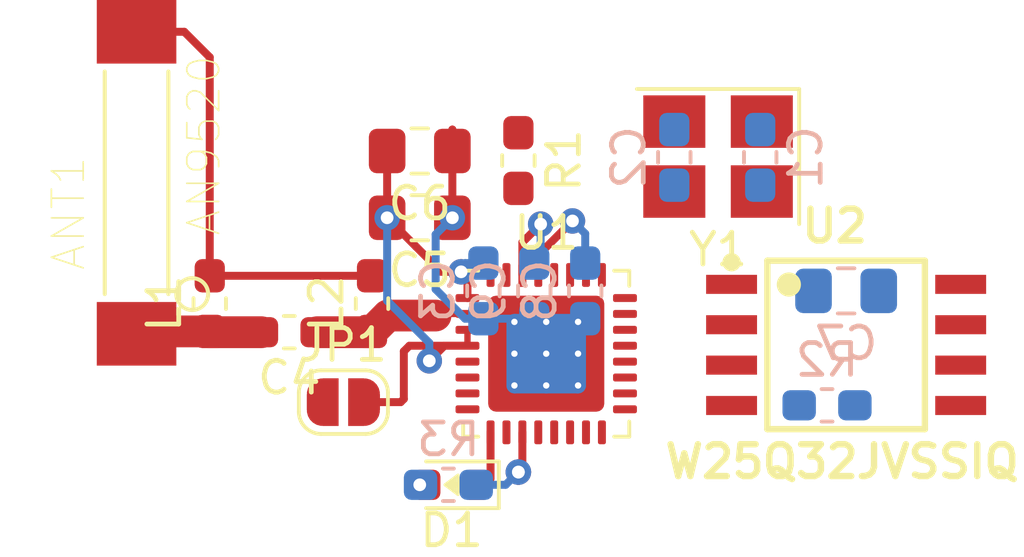
<source format=kicad_pcb>
(kicad_pcb (version 20171130) (host pcbnew 5.1.2-f72e74a~84~ubuntu18.04.1)

  (general
    (thickness 1.6)
    (drawings 0)
    (tracks 72)
    (zones 0)
    (modules 20)
    (nets 32)
  )

  (page User 215.9 139.7)
  (layers
    (0 F.Cu signal)
    (31 B.Cu signal)
    (32 B.Adhes user)
    (33 F.Adhes user)
    (34 B.Paste user)
    (35 F.Paste user)
    (36 B.SilkS user)
    (37 F.SilkS user)
    (38 B.Mask user)
    (39 F.Mask user)
    (40 Dwgs.User user)
    (41 Cmts.User user)
    (42 Eco1.User user)
    (43 Eco2.User user)
    (44 Edge.Cuts user)
    (45 Margin user)
    (46 B.CrtYd user)
    (47 F.CrtYd user)
    (48 B.Fab user)
    (49 F.Fab user)
  )

  (setup
    (last_trace_width 0.25)
    (user_trace_width 0.2)
    (user_trace_width 0.25)
    (trace_clearance 0.2)
    (zone_clearance 0.508)
    (zone_45_only no)
    (trace_min 0.2)
    (via_size 0.8)
    (via_drill 0.4)
    (via_min_size 0.4)
    (via_min_drill 0.3)
    (uvia_size 0.3)
    (uvia_drill 0.1)
    (uvias_allowed no)
    (uvia_min_size 0.2)
    (uvia_min_drill 0.1)
    (edge_width 0.05)
    (segment_width 0.2)
    (pcb_text_width 0.3)
    (pcb_text_size 1.5 1.5)
    (mod_edge_width 0.12)
    (mod_text_size 1 1)
    (mod_text_width 0.15)
    (pad_size 1.524 1.524)
    (pad_drill 0.762)
    (pad_to_mask_clearance 0.051)
    (solder_mask_min_width 0.25)
    (aux_axis_origin 0 0)
    (visible_elements FFFFFF7F)
    (pcbplotparams
      (layerselection 0x010fc_ffffffff)
      (usegerberextensions false)
      (usegerberattributes false)
      (usegerberadvancedattributes false)
      (creategerberjobfile false)
      (excludeedgelayer true)
      (linewidth 0.100000)
      (plotframeref false)
      (viasonmask false)
      (mode 1)
      (useauxorigin false)
      (hpglpennumber 1)
      (hpglpenspeed 20)
      (hpglpendiameter 15.000000)
      (psnegative false)
      (psa4output false)
      (plotreference true)
      (plotvalue true)
      (plotinvisibletext false)
      (padsonsilk false)
      (subtractmaskfromsilk false)
      (outputformat 1)
      (mirror false)
      (drillshape 1)
      (scaleselection 1)
      (outputdirectory ""))
  )

  (net 0 "")
  (net 1 GND)
  (net 2 "Net-(C1-Pad2)")
  (net 3 "Net-(C2-Pad2)")
  (net 4 Vesp8266)
  (net 5 +3V3)
  (net 6 "Net-(R1-Pad2)")
  (net 7 "Net-(R2-Pad2)")
  (net 8 /SD_CLK)
  (net 9 "Net-(U1-Pad5)")
  (net 10 /ADC_IN)
  (net 11 /CHIP_ENABLE)
  (net 12 /GPIO16)
  (net 13 /GPIO14)
  (net 14 /GPIO12)
  (net 15 /GPIO13)
  (net 16 /GPIO15)
  (net 17 /GPIO2)
  (net 18 /GPIO0)
  (net 19 /GPIO4)
  (net 20 /SD_D2)
  (net 21 /SD_D3)
  (net 22 /SD_CMD)
  (net 23 /SD_D0)
  (net 24 /SD_D1)
  (net 25 /GPIO5)
  (net 26 /URXD)
  (net 27 /UTXD)
  (net 28 /RST)
  (net 29 "Net-(D1-Pad2)")
  (net 30 /ANT_PATH)
  (net 31 /ANT_PATH1)

  (net_class Default "This is the default net class."
    (clearance 0.2)
    (trace_width 0.25)
    (via_dia 0.8)
    (via_drill 0.4)
    (uvia_dia 0.3)
    (uvia_drill 0.1)
    (add_net +3V3)
    (add_net /ADC_IN)
    (add_net /CHIP_ENABLE)
    (add_net /GPIO0)
    (add_net /GPIO12)
    (add_net /GPIO13)
    (add_net /GPIO14)
    (add_net /GPIO15)
    (add_net /GPIO16)
    (add_net /GPIO2)
    (add_net /GPIO4)
    (add_net /GPIO5)
    (add_net /RST)
    (add_net /SD_CLK)
    (add_net /SD_CMD)
    (add_net /SD_D0)
    (add_net /SD_D1)
    (add_net /SD_D2)
    (add_net /SD_D3)
    (add_net /URXD)
    (add_net /UTXD)
    (add_net GND)
    (add_net "Net-(C1-Pad2)")
    (add_net "Net-(C2-Pad2)")
    (add_net "Net-(D1-Pad2)")
    (add_net "Net-(R1-Pad2)")
    (add_net "Net-(R2-Pad2)")
    (add_net "Net-(U1-Pad5)")
    (add_net Vesp8266)
  )

  (net_class ANT_PATH ""
    (clearance 0.2)
    (trace_width 1)
    (via_dia 0.8)
    (via_drill 0.4)
    (uvia_dia 0.3)
    (uvia_drill 0.1)
    (add_net /ANT_PATH)
    (add_net /ANT_PATH1)
  )

  (module Resistor_SMD:R_0603_1608Metric_Pad1.05x0.95mm_HandSolder (layer B.Cu) (tedit 5B301BBD) (tstamp 5CFA6F76)
    (at 39.9 30.7 180)
    (descr "Resistor SMD 0603 (1608 Metric), square (rectangular) end terminal, IPC_7351 nominal with elongated pad for handsoldering. (Body size source: http://www.tortai-tech.com/upload/download/2011102023233369053.pdf), generated with kicad-footprint-generator")
    (tags "resistor handsolder")
    (path /5CFDA735)
    (attr smd)
    (fp_text reference R3 (at 0 1.43) (layer B.SilkS)
      (effects (font (size 1 1) (thickness 0.15)) (justify mirror))
    )
    (fp_text value R103,0603 (at 0 -1.43) (layer B.Fab)
      (effects (font (size 1 1) (thickness 0.15)) (justify mirror))
    )
    (fp_text user %R (at 0 0) (layer B.Fab)
      (effects (font (size 0.4 0.4) (thickness 0.06)) (justify mirror))
    )
    (fp_line (start 1.65 -0.73) (end -1.65 -0.73) (layer B.CrtYd) (width 0.05))
    (fp_line (start 1.65 0.73) (end 1.65 -0.73) (layer B.CrtYd) (width 0.05))
    (fp_line (start -1.65 0.73) (end 1.65 0.73) (layer B.CrtYd) (width 0.05))
    (fp_line (start -1.65 -0.73) (end -1.65 0.73) (layer B.CrtYd) (width 0.05))
    (fp_line (start -0.171267 -0.51) (end 0.171267 -0.51) (layer B.SilkS) (width 0.12))
    (fp_line (start -0.171267 0.51) (end 0.171267 0.51) (layer B.SilkS) (width 0.12))
    (fp_line (start 0.8 -0.4) (end -0.8 -0.4) (layer B.Fab) (width 0.1))
    (fp_line (start 0.8 0.4) (end 0.8 -0.4) (layer B.Fab) (width 0.1))
    (fp_line (start -0.8 0.4) (end 0.8 0.4) (layer B.Fab) (width 0.1))
    (fp_line (start -0.8 -0.4) (end -0.8 0.4) (layer B.Fab) (width 0.1))
    (pad 2 smd roundrect (at 0.875 0 180) (size 1.05 0.95) (layers B.Cu B.Paste B.Mask) (roundrect_rratio 0.25)
      (net 29 "Net-(D1-Pad2)"))
    (pad 1 smd roundrect (at -0.875 0 180) (size 1.05 0.95) (layers B.Cu B.Paste B.Mask) (roundrect_rratio 0.25)
      (net 4 Vesp8266))
    (model ${KISYS3DMOD}/Resistor_SMD.3dshapes/R_0603_1608Metric.wrl
      (at (xyz 0 0 0))
      (scale (xyz 1 1 1))
      (rotate (xyz 0 0 0))
    )
  )

  (module footprint-lib:LED_0603_1608Metric (layer F.Cu) (tedit 5CE3E319) (tstamp 5CFA6EC3)
    (at 40.000001 30.7 180)
    (descr "LED SMD 0603 (1608 Metric), square (rectangular) end terminal, IPC_7351 nominal, (Body size source: http://www.tortai-tech.com/upload/download/2011102023233369053.pdf), generated with kicad-footprint-generator")
    (tags diode)
    (path /5CFDAE19)
    (attr smd)
    (fp_text reference D1 (at 0 -1.43) (layer F.SilkS)
      (effects (font (size 1 1) (thickness 0.15)))
    )
    (fp_text value LED_GREEN,0603 (at 0 1.43) (layer F.Fab)
      (effects (font (size 1 1) (thickness 0.15)))
    )
    (fp_line (start 0.1 0) (end -0.1 0) (layer F.SilkS) (width 0.2))
    (fp_line (start -0.05 0.1) (end -0.05 -0.1) (layer F.SilkS) (width 0.1))
    (fp_line (start -0.2 -0.3) (end -0.2 0.3) (layer F.SilkS) (width 0.1))
    (fp_line (start 0.2 0) (end -0.2 -0.3) (layer F.SilkS) (width 0.1))
    (fp_line (start -0.1 -0.2) (end -0.1 0.2) (layer F.SilkS) (width 0.1))
    (fp_line (start -0.2 0.3) (end 0.2 0) (layer F.SilkS) (width 0.1))
    (fp_line (start 0.8 -0.4) (end -0.5 -0.4) (layer F.Fab) (width 0.1))
    (fp_line (start -0.5 -0.4) (end -0.8 -0.1) (layer F.Fab) (width 0.1))
    (fp_line (start -0.8 -0.1) (end -0.8 0.4) (layer F.Fab) (width 0.1))
    (fp_line (start -0.8 0.4) (end 0.8 0.4) (layer F.Fab) (width 0.1))
    (fp_line (start 0.8 0.4) (end 0.8 -0.4) (layer F.Fab) (width 0.1))
    (fp_line (start 0.8 -0.735) (end -1.485 -0.735) (layer F.SilkS) (width 0.12))
    (fp_line (start -1.485 -0.735) (end -1.485 0.735) (layer F.SilkS) (width 0.12))
    (fp_line (start -1.485 0.735) (end 0.8 0.735) (layer F.SilkS) (width 0.12))
    (fp_line (start -1.48 0.73) (end -1.48 -0.73) (layer F.CrtYd) (width 0.05))
    (fp_line (start -1.48 -0.73) (end 1.48 -0.73) (layer F.CrtYd) (width 0.05))
    (fp_line (start 1.48 -0.73) (end 1.48 0.73) (layer F.CrtYd) (width 0.05))
    (fp_line (start 1.48 0.73) (end -1.48 0.73) (layer F.CrtYd) (width 0.05))
    (fp_text user %R (at 0 0) (layer F.Fab)
      (effects (font (size 0.4 0.4) (thickness 0.06)))
    )
    (pad 1 smd roundrect (at -0.7875 0 180) (size 0.875 0.95) (layers F.Cu F.Paste F.Mask) (roundrect_rratio 0.25)
      (net 13 /GPIO14))
    (pad 2 smd roundrect (at 0.7875 0 180) (size 0.875 0.95) (layers F.Cu F.Paste F.Mask) (roundrect_rratio 0.25)
      (net 29 "Net-(D1-Pad2)"))
    (model ${KISYS3DMOD}/LED_SMD.3dshapes/LED_0603_1608Metric.wrl
      (at (xyz 0 0 0))
      (scale (xyz 1 1 1))
      (rotate (xyz 0 0 0))
    )
  )

  (module Capacitor_SMD:C_0603_1608Metric_Pad1.05x0.95mm_HandSolder (layer B.Cu) (tedit 5B301BBE) (tstamp 5CFA6EAA)
    (at 42.6 24.6 270)
    (descr "Capacitor SMD 0603 (1608 Metric), square (rectangular) end terminal, IPC_7351 nominal with elongated pad for handsoldering. (Body size source: http://www.tortai-tech.com/upload/download/2011102023233369053.pdf), generated with kicad-footprint-generator")
    (tags "capacitor handsolder")
    (path /5CFBED4D)
    (attr smd)
    (fp_text reference C9 (at 0 1.43 90) (layer B.SilkS)
      (effects (font (size 1 1) (thickness 0.15)) (justify mirror))
    )
    (fp_text value C105,0603 (at 0 -1.43 90) (layer B.Fab)
      (effects (font (size 1 1) (thickness 0.15)) (justify mirror))
    )
    (fp_text user %R (at 0 0 90) (layer B.Fab)
      (effects (font (size 0.4 0.4) (thickness 0.06)) (justify mirror))
    )
    (fp_line (start 1.65 -0.73) (end -1.65 -0.73) (layer B.CrtYd) (width 0.05))
    (fp_line (start 1.65 0.73) (end 1.65 -0.73) (layer B.CrtYd) (width 0.05))
    (fp_line (start -1.65 0.73) (end 1.65 0.73) (layer B.CrtYd) (width 0.05))
    (fp_line (start -1.65 -0.73) (end -1.65 0.73) (layer B.CrtYd) (width 0.05))
    (fp_line (start -0.171267 -0.51) (end 0.171267 -0.51) (layer B.SilkS) (width 0.12))
    (fp_line (start -0.171267 0.51) (end 0.171267 0.51) (layer B.SilkS) (width 0.12))
    (fp_line (start 0.8 -0.4) (end -0.8 -0.4) (layer B.Fab) (width 0.1))
    (fp_line (start 0.8 0.4) (end 0.8 -0.4) (layer B.Fab) (width 0.1))
    (fp_line (start -0.8 0.4) (end 0.8 0.4) (layer B.Fab) (width 0.1))
    (fp_line (start -0.8 -0.4) (end -0.8 0.4) (layer B.Fab) (width 0.1))
    (pad 2 smd roundrect (at 0.875 0 270) (size 1.05 0.95) (layers B.Cu B.Paste B.Mask) (roundrect_rratio 0.25)
      (net 1 GND))
    (pad 1 smd roundrect (at -0.875 0 270) (size 1.05 0.95) (layers B.Cu B.Paste B.Mask) (roundrect_rratio 0.25)
      (net 4 Vesp8266))
    (model ${KISYS3DMOD}/Capacitor_SMD.3dshapes/C_0603_1608Metric.wrl
      (at (xyz 0 0 0))
      (scale (xyz 1 1 1))
      (rotate (xyz 0 0 0))
    )
  )

  (module Capacitor_SMD:C_0603_1608Metric_Pad1.05x0.95mm_HandSolder (layer B.Cu) (tedit 5B301BBE) (tstamp 5CFA6E99)
    (at 44.2 24.6 270)
    (descr "Capacitor SMD 0603 (1608 Metric), square (rectangular) end terminal, IPC_7351 nominal with elongated pad for handsoldering. (Body size source: http://www.tortai-tech.com/upload/download/2011102023233369053.pdf), generated with kicad-footprint-generator")
    (tags "capacitor handsolder")
    (path /5CFBA9DE)
    (attr smd)
    (fp_text reference C8 (at 0 1.43 90) (layer B.SilkS)
      (effects (font (size 1 1) (thickness 0.15)) (justify mirror))
    )
    (fp_text value C105,0603 (at 0 -1.43 90) (layer B.Fab)
      (effects (font (size 1 1) (thickness 0.15)) (justify mirror))
    )
    (fp_text user %R (at 0 0 90) (layer B.Fab)
      (effects (font (size 0.4 0.4) (thickness 0.06)) (justify mirror))
    )
    (fp_line (start 1.65 -0.73) (end -1.65 -0.73) (layer B.CrtYd) (width 0.05))
    (fp_line (start 1.65 0.73) (end 1.65 -0.73) (layer B.CrtYd) (width 0.05))
    (fp_line (start -1.65 0.73) (end 1.65 0.73) (layer B.CrtYd) (width 0.05))
    (fp_line (start -1.65 -0.73) (end -1.65 0.73) (layer B.CrtYd) (width 0.05))
    (fp_line (start -0.171267 -0.51) (end 0.171267 -0.51) (layer B.SilkS) (width 0.12))
    (fp_line (start -0.171267 0.51) (end 0.171267 0.51) (layer B.SilkS) (width 0.12))
    (fp_line (start 0.8 -0.4) (end -0.8 -0.4) (layer B.Fab) (width 0.1))
    (fp_line (start 0.8 0.4) (end 0.8 -0.4) (layer B.Fab) (width 0.1))
    (fp_line (start -0.8 0.4) (end 0.8 0.4) (layer B.Fab) (width 0.1))
    (fp_line (start -0.8 -0.4) (end -0.8 0.4) (layer B.Fab) (width 0.1))
    (pad 2 smd roundrect (at 0.875 0 270) (size 1.05 0.95) (layers B.Cu B.Paste B.Mask) (roundrect_rratio 0.25)
      (net 1 GND))
    (pad 1 smd roundrect (at -0.875 0 270) (size 1.05 0.95) (layers B.Cu B.Paste B.Mask) (roundrect_rratio 0.25)
      (net 4 Vesp8266))
    (model ${KISYS3DMOD}/Capacitor_SMD.3dshapes/C_0603_1608Metric.wrl
      (at (xyz 0 0 0))
      (scale (xyz 1 1 1))
      (rotate (xyz 0 0 0))
    )
  )

  (module footprint-lib:W25Q32JVSSIQ (layer F.Cu) (tedit 5CFA36FF) (tstamp 5CFA92EA)
    (at 52.4 26.3)
    (path /5CFA5445)
    (attr smd)
    (fp_text reference U2 (at -0.3604 -3.73917) (layer F.SilkS)
      (effects (font (size 1 1) (thickness 0.2)))
    )
    (fp_text value W25Q32JVSSIQ (at -0.125235 3.67173) (layer F.SilkS)
      (effects (font (size 1.00183 1.00183) (thickness 0.2)))
    )
    (fp_circle (center -3.6 -2.6) (end -3.5 -2.6) (layer F.SilkS) (width 0.127))
    (fp_circle (center -3.5 -2.6) (end -3.4 -2.6) (layer F.SilkS) (width 0.127))
    (fp_circle (center -3.6 -2.6) (end -3.37639 -2.6) (layer F.SilkS) (width 0.127))
    (fp_circle (center -1.8 -1.8) (end -1.7 -1.8) (layer F.SilkS) (width 0.127))
    (fp_circle (center -1.8 -1.9) (end -1.7 -1.9) (layer F.SilkS) (width 0.127))
    (fp_circle (center -1.8 -1.9) (end -1.65858 -1.9) (layer F.SilkS) (width 0.127))
    (fp_circle (center -1.8 -1.9) (end -1.57639 -1.9) (layer F.SilkS) (width 0.127))
    (fp_circle (center -1.8 -1.9) (end -1.48378 -1.9) (layer F.SilkS) (width 0.127))
    (fp_line (start -4.65 2.95) (end -4.65 -2.95) (layer Eco1.User) (width 0.05))
    (fp_line (start 4.65 2.95) (end -4.65 2.95) (layer Eco1.User) (width 0.05))
    (fp_line (start 4.65 -2.95) (end 4.65 2.95) (layer Eco1.User) (width 0.05))
    (fp_line (start -4.65 -2.95) (end 4.65 -2.95) (layer Eco1.User) (width 0.05))
    (fp_line (start -2.475 2.65) (end -2.475 -2.65) (layer F.SilkS) (width 0.2))
    (fp_line (start 2.475 2.65) (end -2.475 2.65) (layer F.SilkS) (width 0.2))
    (fp_line (start 2.475 -2.65) (end 2.475 2.65) (layer F.SilkS) (width 0.2))
    (fp_line (start -2.475 -2.65) (end 2.475 -2.65) (layer F.SilkS) (width 0.2))
    (pad 8 smd rect (at 3.6 -1.905 180) (size 1.6 0.6) (layers F.Cu F.Paste F.Mask)
      (net 4 Vesp8266))
    (pad 7 smd rect (at 3.6 -0.635 180) (size 1.6 0.6) (layers F.Cu F.Paste F.Mask)
      (net 20 /SD_D2))
    (pad 6 smd rect (at 3.6 0.635 180) (size 1.6 0.6) (layers F.Cu F.Paste F.Mask)
      (net 8 /SD_CLK))
    (pad 5 smd rect (at 3.6 1.905 180) (size 1.6 0.6) (layers F.Cu F.Paste F.Mask)
      (net 24 /SD_D1))
    (pad 4 smd rect (at -3.6 1.905) (size 1.6 0.6) (layers F.Cu F.Paste F.Mask)
      (net 1 GND))
    (pad 3 smd rect (at -3.6 0.635) (size 1.6 0.6) (layers F.Cu F.Paste F.Mask)
      (net 21 /SD_D3))
    (pad 2 smd rect (at -3.6 -0.635) (size 1.6 0.6) (layers F.Cu F.Paste F.Mask)
      (net 23 /SD_D0))
    (pad 1 smd rect (at -3.6 -1.905) (size 1.6 0.6) (layers F.Cu F.Paste F.Mask)
      (net 22 /SD_CMD))
    (model ${KISYS3DMOD}/Package_SO.3dshapes/SOIC-8_3.9x4.9mm_P1.27mm.wrl
      (at (xyz 0 0 0))
      (scale (xyz 1 1 1))
      (rotate (xyz 0 0 0))
    )
  )

  (module footprint-lib:AN9520 (layer F.Cu) (tedit 5CFA33B8) (tstamp 5CFA9220)
    (at 30.1 21.2 90)
    (descr "SMD antenna, 9.5x2.0mm, 2p")
    (path /5CFE12F7)
    (attr smd)
    (fp_text reference ANT1 (at -0.96066 -2.13647 90) (layer F.SilkS)
      (effects (font (size 1.00069 1.00069) (thickness 0.05)))
    )
    (fp_text value AN9520 (at 1.17681 2.11824 90) (layer F.SilkS)
      (effects (font (size 1.00154 1.00154) (thickness 0.05)))
    )
    (fp_circle (center -3.5 1.75) (end -3 1.75) (layer F.SilkS) (width 0.127))
    (fp_line (start 3.5 1) (end -3.5 1) (layer F.SilkS) (width 0.127))
    (fp_line (start -3.5 -1) (end 3.5 -1) (layer F.SilkS) (width 0.127))
    (pad P$GND smd rect (at 4.75 0 180) (size 2.5 2) (layers F.Cu F.Paste F.Mask)
      (net 1 GND))
    (pad P$FEED smd rect (at -4.75 0 180) (size 2.5 2) (layers F.Cu F.Paste F.Mask)
      (net 30 /ANT_PATH))
    (model /home/logic/_workspace/kicad/kicad_library/kicad-packages3d/AN9520.step
      (at (xyz 0 0 0))
      (scale (xyz 1 1 1))
      (rotate (xyz 0 0 0))
    )
  )

  (module Capacitor_SMD:C_0805_2012Metric_Pad1.15x1.40mm_HandSolder (layer B.Cu) (tedit 5B36C52B) (tstamp 5CFA9FD8)
    (at 52.4 24.6)
    (descr "Capacitor SMD 0805 (2012 Metric), square (rectangular) end terminal, IPC_7351 nominal with elongated pad for handsoldering. (Body size source: https://docs.google.com/spreadsheets/d/1BsfQQcO9C6DZCsRaXUlFlo91Tg2WpOkGARC1WS5S8t0/edit?usp=sharing), generated with kicad-footprint-generator")
    (tags "capacitor handsolder")
    (path /5D04AAD9)
    (attr smd)
    (fp_text reference C7 (at 0 1.65) (layer B.SilkS)
      (effects (font (size 1 1) (thickness 0.15)) (justify mirror))
    )
    (fp_text value C106,0805 (at 0 -1.65) (layer B.Fab)
      (effects (font (size 1 1) (thickness 0.15)) (justify mirror))
    )
    (fp_text user %R (at 0 0) (layer B.Fab)
      (effects (font (size 0.5 0.5) (thickness 0.08)) (justify mirror))
    )
    (fp_line (start 1.85 -0.95) (end -1.85 -0.95) (layer B.CrtYd) (width 0.05))
    (fp_line (start 1.85 0.95) (end 1.85 -0.95) (layer B.CrtYd) (width 0.05))
    (fp_line (start -1.85 0.95) (end 1.85 0.95) (layer B.CrtYd) (width 0.05))
    (fp_line (start -1.85 -0.95) (end -1.85 0.95) (layer B.CrtYd) (width 0.05))
    (fp_line (start -0.261252 -0.71) (end 0.261252 -0.71) (layer B.SilkS) (width 0.12))
    (fp_line (start -0.261252 0.71) (end 0.261252 0.71) (layer B.SilkS) (width 0.12))
    (fp_line (start 1 -0.6) (end -1 -0.6) (layer B.Fab) (width 0.1))
    (fp_line (start 1 0.6) (end 1 -0.6) (layer B.Fab) (width 0.1))
    (fp_line (start -1 0.6) (end 1 0.6) (layer B.Fab) (width 0.1))
    (fp_line (start -1 -0.6) (end -1 0.6) (layer B.Fab) (width 0.1))
    (pad 2 smd roundrect (at 1.025 0) (size 1.15 1.4) (layers B.Cu B.Paste B.Mask) (roundrect_rratio 0.217391)
      (net 4 Vesp8266))
    (pad 1 smd roundrect (at -1.025 0) (size 1.15 1.4) (layers B.Cu B.Paste B.Mask) (roundrect_rratio 0.217391)
      (net 1 GND))
    (model ${KISYS3DMOD}/Capacitor_SMD.3dshapes/C_0805_2012Metric.wrl
      (at (xyz 0 0 0))
      (scale (xyz 1 1 1))
      (rotate (xyz 0 0 0))
    )
  )

  (module footprint-lib:OSC_3225 (layer F.Cu) (tedit 5CD4418E) (tstamp 5CFAA99D)
    (at 48.375001 20.375 180)
    (descr "Miniature Crystal Clock Oscillator Abracon ASE series, http://www.abracon.com/Oscillators/ASEseries.pdf, hand-soldering, 3.2x2.5mm^2 package")
    (tags "SMD SMT crystal oscillator hand-soldering 3225")
    (path /5D00192B)
    (attr smd)
    (fp_text reference Y1 (at 0 -2.925) (layer F.SilkS)
      (effects (font (size 1 1) (thickness 0.15)))
    )
    (fp_text value O_26M,3225 (at 0 2.925) (layer F.Fab)
      (effects (font (size 1 1) (thickness 0.15)))
    )
    (fp_text user %R (at 0 0) (layer F.Fab)
      (effects (font (size 0.7 0.7) (thickness 0.105)))
    )
    (fp_line (start -1.5 -1.25) (end 1.5 -1.25) (layer F.Fab) (width 0.1))
    (fp_line (start 1.5 -1.25) (end 1.6 -1.15) (layer F.Fab) (width 0.1))
    (fp_line (start 1.6 -1.15) (end 1.6 1.15) (layer F.Fab) (width 0.1))
    (fp_line (start 1.6 1.15) (end 1.5 1.25) (layer F.Fab) (width 0.1))
    (fp_line (start 1.5 1.25) (end -1.5 1.25) (layer F.Fab) (width 0.1))
    (fp_line (start -1.5 1.25) (end -1.6 1.15) (layer F.Fab) (width 0.1))
    (fp_line (start -1.6 1.15) (end -1.6 -1.15) (layer F.Fab) (width 0.1))
    (fp_line (start -1.6 -1.15) (end -1.5 -1.25) (layer F.Fab) (width 0.1))
    (fp_line (start -1.6 0.25) (end -0.6 1.25) (layer F.Fab) (width 0.1))
    (fp_line (start -2.55 -2.125) (end -2.55 2.125) (layer F.SilkS) (width 0.12))
    (fp_line (start -2.55 2.125) (end 2.55 2.125) (layer F.SilkS) (width 0.12))
    (fp_line (start -2.6 -2.2) (end -2.6 2.2) (layer F.CrtYd) (width 0.05))
    (fp_line (start -2.6 2.2) (end 2.6 2.2) (layer F.CrtYd) (width 0.05))
    (fp_line (start 2.6 2.2) (end 2.6 -2.2) (layer F.CrtYd) (width 0.05))
    (fp_line (start 2.6 -2.2) (end -2.6 -2.2) (layer F.CrtYd) (width 0.05))
    (fp_circle (center 0 0) (end 0.25 0) (layer F.Adhes) (width 0.1))
    (fp_circle (center 0 0) (end 0.208333 0) (layer F.Adhes) (width 0.083333))
    (fp_circle (center 0 0) (end 0.133333 0) (layer F.Adhes) (width 0.083333))
    (fp_circle (center 0 0) (end 0.058333 0) (layer F.Adhes) (width 0.116667))
    (pad 1 smd rect (at -1.375 1.1 180) (size 1.95 1.65) (layers F.Cu F.Paste F.Mask)
      (net 2 "Net-(C1-Pad2)"))
    (pad 2 smd rect (at 1.375 1.1 180) (size 1.95 1.65) (layers F.Cu F.Paste F.Mask)
      (net 1 GND))
    (pad 3 smd rect (at 1.375 -1.1 180) (size 1.95 1.65) (layers F.Cu F.Paste F.Mask)
      (net 3 "Net-(C2-Pad2)"))
    (pad 4 smd rect (at -1.375 -1.1 180) (size 1.95 1.65) (layers F.Cu F.Paste F.Mask))
    (model ${KISYS3DMOD}/Oscillator.3dshapes/Oscillator_SMD_Abracon_ASE-4Pin_3.2x2.5mm_HandSoldering.wrl
      (at (xyz 0 0 0))
      (scale (xyz 1 1 1))
      (rotate (xyz 0 0 0))
    )
    (model /home/logic/_workspace/kicad/kicad_library/kicad-packages3d/oscillator/OSC3225.STEP
      (at (xyz 0 0 0))
      (scale (xyz 1 1 1))
      (rotate (xyz 0 0 0))
    )
  )

  (module footprint-lib:ESP8266EX (layer F.Cu) (tedit 5CFA26CB) (tstamp 5CFA92CE)
    (at 42.975 26.575)
    (descr "QFN, 32 Pin (https://www.exar.com/ds/mxl7704.pdf (Page 35)), generated with kicad-footprint-generator ipc_dfn_qfn_generator.py")
    (tags ESP8266EX)
    (path /5CFA28D9)
    (attr smd)
    (fp_text reference U1 (at 0 -3.8) (layer F.SilkS)
      (effects (font (size 1 1) (thickness 0.15)))
    )
    (fp_text value ESP8266EX (at 0 3.8) (layer F.Fab)
      (effects (font (size 1 1) (thickness 0.15)))
    )
    (fp_line (start 2.135 -2.61) (end 2.61 -2.61) (layer F.SilkS) (width 0.12))
    (fp_line (start 2.61 -2.61) (end 2.61 -2.135) (layer F.SilkS) (width 0.12))
    (fp_line (start -2.135 2.61) (end -2.61 2.61) (layer F.SilkS) (width 0.12))
    (fp_line (start -2.61 2.61) (end -2.61 2.135) (layer F.SilkS) (width 0.12))
    (fp_line (start 2.135 2.61) (end 2.61 2.61) (layer F.SilkS) (width 0.12))
    (fp_line (start 2.61 2.61) (end 2.61 2.135) (layer F.SilkS) (width 0.12))
    (fp_line (start -2.135 -2.61) (end -2.61 -2.61) (layer F.SilkS) (width 0.12))
    (fp_line (start -1.5 -2.5) (end 2.5 -2.5) (layer F.Fab) (width 0.1))
    (fp_line (start 2.5 -2.5) (end 2.5 2.5) (layer F.Fab) (width 0.1))
    (fp_line (start 2.5 2.5) (end -2.5 2.5) (layer F.Fab) (width 0.1))
    (fp_line (start -2.5 2.5) (end -2.5 -1.5) (layer F.Fab) (width 0.1))
    (fp_line (start -2.5 -1.5) (end -1.5 -2.5) (layer F.Fab) (width 0.1))
    (fp_line (start -3.1 -3.1) (end -3.1 3.1) (layer F.CrtYd) (width 0.05))
    (fp_line (start -3.1 3.1) (end 3.1 3.1) (layer F.CrtYd) (width 0.05))
    (fp_line (start 3.1 3.1) (end 3.1 -3.1) (layer F.CrtYd) (width 0.05))
    (fp_line (start 3.1 -3.1) (end -3.1 -3.1) (layer F.CrtYd) (width 0.05))
    (fp_text user %R (at 0 0) (layer F.Fab)
      (effects (font (size 1 1) (thickness 0.15)))
    )
    (pad 33 smd roundrect (at 0 0) (size 3.65 3.65) (layers F.Cu F.Mask) (roundrect_rratio 0.068493)
      (net 1 GND))
    (pad 33 thru_hole circle (at -1 -1) (size 0.5 0.5) (drill 0.2) (layers *.Cu)
      (net 1 GND))
    (pad 33 thru_hole circle (at 0 -1) (size 0.5 0.5) (drill 0.2) (layers *.Cu)
      (net 1 GND))
    (pad 33 thru_hole circle (at 1 -1) (size 0.5 0.5) (drill 0.2) (layers *.Cu)
      (net 1 GND))
    (pad 33 thru_hole circle (at -1 0) (size 0.5 0.5) (drill 0.2) (layers *.Cu)
      (net 1 GND))
    (pad 33 thru_hole circle (at 0 0) (size 0.5 0.5) (drill 0.2) (layers *.Cu)
      (net 1 GND))
    (pad 33 thru_hole circle (at 1 0) (size 0.5 0.5) (drill 0.2) (layers *.Cu)
      (net 1 GND))
    (pad 33 thru_hole circle (at -1 1) (size 0.5 0.5) (drill 0.2) (layers *.Cu)
      (net 1 GND))
    (pad 33 thru_hole circle (at 0 1) (size 0.5 0.5) (drill 0.2) (layers *.Cu)
      (net 1 GND))
    (pad 33 thru_hole circle (at 1 1) (size 0.5 0.5) (drill 0.2) (layers *.Cu)
      (net 1 GND))
    (pad 33 smd roundrect (at 0 0) (size 2.5 2.5) (layers B.Cu) (roundrect_rratio 0.1)
      (net 1 GND))
    (pad "" smd roundrect (at -0.5 -0.5) (size 0.806226 0.806226) (layers F.Paste) (roundrect_rratio 0.25))
    (pad "" smd roundrect (at -0.5 0.5) (size 0.806226 0.806226) (layers F.Paste) (roundrect_rratio 0.25))
    (pad "" smd roundrect (at 0.5 -0.5) (size 0.806226 0.806226) (layers F.Paste) (roundrect_rratio 0.25))
    (pad "" smd roundrect (at 0.5 0.5) (size 0.806226 0.806226) (layers F.Paste) (roundrect_rratio 0.25))
    (pad "" smd custom (at -1.4125 -0.5) (size 0.590166 0.590166) (layers F.Paste)
      (options (clearance outline) (anchor circle))
      (primitives
        (gr_poly (pts
           (xy -0.332568 -0.403113) (xy 0.226544 -0.403113) (xy 0.332568 -0.297089) (xy 0.332568 0.297089) (xy 0.226544 0.403113)
           (xy -0.332568 0.403113)) (width 0))
      ))
    (pad "" smd custom (at -1.4125 0.5) (size 0.590166 0.590166) (layers F.Paste)
      (options (clearance outline) (anchor circle))
      (primitives
        (gr_poly (pts
           (xy -0.332568 -0.403113) (xy 0.226544 -0.403113) (xy 0.332568 -0.297089) (xy 0.332568 0.297089) (xy 0.226544 0.403113)
           (xy -0.332568 0.403113)) (width 0))
      ))
    (pad "" smd custom (at 1.4125 -0.5) (size 0.590166 0.590166) (layers F.Paste)
      (options (clearance outline) (anchor circle))
      (primitives
        (gr_poly (pts
           (xy -0.332568 -0.297089) (xy -0.226544 -0.403113) (xy 0.332568 -0.403113) (xy 0.332568 0.403113) (xy -0.226544 0.403113)
           (xy -0.332568 0.297089)) (width 0))
      ))
    (pad "" smd custom (at 1.4125 0.5) (size 0.590166 0.590166) (layers F.Paste)
      (options (clearance outline) (anchor circle))
      (primitives
        (gr_poly (pts
           (xy -0.332568 -0.297089) (xy -0.226544 -0.403113) (xy 0.332568 -0.403113) (xy 0.332568 0.403113) (xy -0.226544 0.403113)
           (xy -0.332568 0.297089)) (width 0))
      ))
    (pad "" smd custom (at -0.5 -1.4125) (size 0.590166 0.590166) (layers F.Paste)
      (options (clearance outline) (anchor circle))
      (primitives
        (gr_poly (pts
           (xy -0.403113 -0.332568) (xy 0.403113 -0.332568) (xy 0.403113 0.226544) (xy 0.297089 0.332568) (xy -0.297089 0.332568)
           (xy -0.403113 0.226544)) (width 0))
      ))
    (pad "" smd custom (at 0.5 -1.4125) (size 0.590166 0.590166) (layers F.Paste)
      (options (clearance outline) (anchor circle))
      (primitives
        (gr_poly (pts
           (xy -0.403113 -0.332568) (xy 0.403113 -0.332568) (xy 0.403113 0.226544) (xy 0.297089 0.332568) (xy -0.297089 0.332568)
           (xy -0.403113 0.226544)) (width 0))
      ))
    (pad "" smd custom (at -0.5 1.4125) (size 0.590166 0.590166) (layers F.Paste)
      (options (clearance outline) (anchor circle))
      (primitives
        (gr_poly (pts
           (xy -0.403113 -0.226544) (xy -0.297089 -0.332568) (xy 0.297089 -0.332568) (xy 0.403113 -0.226544) (xy 0.403113 0.332568)
           (xy -0.403113 0.332568)) (width 0))
      ))
    (pad "" smd custom (at 0.5 1.4125) (size 0.590166 0.590166) (layers F.Paste)
      (options (clearance outline) (anchor circle))
      (primitives
        (gr_poly (pts
           (xy -0.403113 -0.226544) (xy -0.297089 -0.332568) (xy 0.297089 -0.332568) (xy 0.403113 -0.226544) (xy 0.403113 0.332568)
           (xy -0.403113 0.332568)) (width 0))
      ))
    (pad "" smd custom (at -1.4125 -1.4125) (size 0.578177 0.578177) (layers F.Paste)
      (options (clearance outline) (anchor circle))
      (primitives
        (gr_poly (pts
           (xy -0.332568 -0.332568) (xy 0.332568 -0.332568) (xy 0.332568 0.209589) (xy 0.209589 0.332568) (xy -0.332568 0.332568)
) (width 0))
      ))
    (pad "" smd custom (at -1.4125 1.4125) (size 0.578177 0.578177) (layers F.Paste)
      (options (clearance outline) (anchor circle))
      (primitives
        (gr_poly (pts
           (xy -0.332568 -0.332568) (xy 0.209589 -0.332568) (xy 0.332568 -0.209589) (xy 0.332568 0.332568) (xy -0.332568 0.332568)
) (width 0))
      ))
    (pad "" smd custom (at 1.4125 -1.4125) (size 0.578177 0.578177) (layers F.Paste)
      (options (clearance outline) (anchor circle))
      (primitives
        (gr_poly (pts
           (xy -0.332568 -0.332568) (xy 0.332568 -0.332568) (xy 0.332568 0.332568) (xy -0.209589 0.332568) (xy -0.332568 0.209589)
) (width 0))
      ))
    (pad "" smd custom (at 1.4125 1.4125) (size 0.578177 0.578177) (layers F.Paste)
      (options (clearance outline) (anchor circle))
      (primitives
        (gr_poly (pts
           (xy -0.332568 -0.209589) (xy -0.209589 -0.332568) (xy 0.332568 -0.332568) (xy 0.332568 0.332568) (xy -0.332568 0.332568)
) (width 0))
      ))
    (pad 1 smd roundrect (at -2.475 -1.75) (size 0.75 0.25) (layers F.Cu F.Paste F.Mask) (roundrect_rratio 0.25)
      (net 4 Vesp8266))
    (pad 2 smd roundrect (at -2.475 -1.25) (size 0.75 0.25) (layers F.Cu F.Paste F.Mask) (roundrect_rratio 0.25)
      (net 31 /ANT_PATH1))
    (pad 3 smd roundrect (at -2.475 -0.75) (size 0.75 0.25) (layers F.Cu F.Paste F.Mask) (roundrect_rratio 0.25)
      (net 4 Vesp8266))
    (pad 4 smd roundrect (at -2.475 -0.25) (size 0.75 0.25) (layers F.Cu F.Paste F.Mask) (roundrect_rratio 0.25)
      (net 4 Vesp8266))
    (pad 5 smd roundrect (at -2.475 0.25) (size 0.75 0.25) (layers F.Cu F.Paste F.Mask) (roundrect_rratio 0.25)
      (net 9 "Net-(U1-Pad5)"))
    (pad 6 smd roundrect (at -2.475 0.75) (size 0.75 0.25) (layers F.Cu F.Paste F.Mask) (roundrect_rratio 0.25)
      (net 10 /ADC_IN))
    (pad 7 smd roundrect (at -2.475 1.25) (size 0.75 0.25) (layers F.Cu F.Paste F.Mask) (roundrect_rratio 0.25)
      (net 11 /CHIP_ENABLE))
    (pad 8 smd roundrect (at -2.475 1.75) (size 0.75 0.25) (layers F.Cu F.Paste F.Mask) (roundrect_rratio 0.25)
      (net 12 /GPIO16))
    (pad 9 smd roundrect (at -1.75 2.475) (size 0.25 0.75) (layers F.Cu F.Paste F.Mask) (roundrect_rratio 0.25)
      (net 13 /GPIO14))
    (pad 10 smd roundrect (at -1.25 2.475) (size 0.25 0.75) (layers F.Cu F.Paste F.Mask) (roundrect_rratio 0.25)
      (net 14 /GPIO12))
    (pad 11 smd roundrect (at -0.75 2.475) (size 0.25 0.75) (layers F.Cu F.Paste F.Mask) (roundrect_rratio 0.25)
      (net 4 Vesp8266))
    (pad 12 smd roundrect (at -0.25 2.475) (size 0.25 0.75) (layers F.Cu F.Paste F.Mask) (roundrect_rratio 0.25)
      (net 15 /GPIO13))
    (pad 13 smd roundrect (at 0.25 2.475) (size 0.25 0.75) (layers F.Cu F.Paste F.Mask) (roundrect_rratio 0.25)
      (net 16 /GPIO15))
    (pad 14 smd roundrect (at 0.75 2.475) (size 0.25 0.75) (layers F.Cu F.Paste F.Mask) (roundrect_rratio 0.25)
      (net 17 /GPIO2))
    (pad 15 smd roundrect (at 1.25 2.475) (size 0.25 0.75) (layers F.Cu F.Paste F.Mask) (roundrect_rratio 0.25)
      (net 18 /GPIO0))
    (pad 16 smd roundrect (at 1.75 2.475) (size 0.25 0.75) (layers F.Cu F.Paste F.Mask) (roundrect_rratio 0.25)
      (net 19 /GPIO4))
    (pad 17 smd roundrect (at 2.475 1.75) (size 0.75 0.25) (layers F.Cu F.Paste F.Mask) (roundrect_rratio 0.25)
      (net 4 Vesp8266))
    (pad 18 smd roundrect (at 2.475 1.25) (size 0.75 0.25) (layers F.Cu F.Paste F.Mask) (roundrect_rratio 0.25)
      (net 20 /SD_D2))
    (pad 19 smd roundrect (at 2.475 0.75) (size 0.75 0.25) (layers F.Cu F.Paste F.Mask) (roundrect_rratio 0.25)
      (net 21 /SD_D3))
    (pad 20 smd roundrect (at 2.475 0.25) (size 0.75 0.25) (layers F.Cu F.Paste F.Mask) (roundrect_rratio 0.25)
      (net 22 /SD_CMD))
    (pad 21 smd roundrect (at 2.475 -0.25) (size 0.75 0.25) (layers F.Cu F.Paste F.Mask) (roundrect_rratio 0.25)
      (net 7 "Net-(R2-Pad2)"))
    (pad 22 smd roundrect (at 2.475 -0.75) (size 0.75 0.25) (layers F.Cu F.Paste F.Mask) (roundrect_rratio 0.25)
      (net 23 /SD_D0))
    (pad 23 smd roundrect (at 2.475 -1.25) (size 0.75 0.25) (layers F.Cu F.Paste F.Mask) (roundrect_rratio 0.25)
      (net 24 /SD_D1))
    (pad 24 smd roundrect (at 2.475 -1.75) (size 0.75 0.25) (layers F.Cu F.Paste F.Mask) (roundrect_rratio 0.25)
      (net 25 /GPIO5))
    (pad 25 smd roundrect (at 1.75 -2.475) (size 0.25 0.75) (layers F.Cu F.Paste F.Mask) (roundrect_rratio 0.25)
      (net 26 /URXD))
    (pad 26 smd roundrect (at 1.25 -2.475) (size 0.25 0.75) (layers F.Cu F.Paste F.Mask) (roundrect_rratio 0.25)
      (net 27 /UTXD))
    (pad 27 smd roundrect (at 0.75 -2.475) (size 0.25 0.75) (layers F.Cu F.Paste F.Mask) (roundrect_rratio 0.25)
      (net 3 "Net-(C2-Pad2)"))
    (pad 28 smd roundrect (at 0.25 -2.475) (size 0.25 0.75) (layers F.Cu F.Paste F.Mask) (roundrect_rratio 0.25)
      (net 2 "Net-(C1-Pad2)"))
    (pad 29 smd roundrect (at -0.25 -2.475) (size 0.25 0.75) (layers F.Cu F.Paste F.Mask) (roundrect_rratio 0.25)
      (net 4 Vesp8266))
    (pad 30 smd roundrect (at -0.75 -2.475) (size 0.25 0.75) (layers F.Cu F.Paste F.Mask) (roundrect_rratio 0.25)
      (net 4 Vesp8266))
    (pad 31 smd roundrect (at -1.25 -2.475) (size 0.25 0.75) (layers F.Cu F.Paste F.Mask) (roundrect_rratio 0.25)
      (net 6 "Net-(R1-Pad2)"))
    (pad 32 smd roundrect (at -1.75 -2.475) (size 0.25 0.75) (layers F.Cu F.Paste F.Mask) (roundrect_rratio 0.25)
      (net 28 /RST))
    (model ${KISYS3DMOD}/Package_DFN_QFN.3dshapes/QFN-32-1EP_5x5mm_P0.5mm_EP3.65x3.65mm.wrl
      (at (xyz 0 0 0))
      (scale (xyz 1 1 1))
      (rotate (xyz 0 0 0))
    )
  )

  (module Resistor_SMD:R_0603_1608Metric_Pad1.05x0.95mm_HandSolder (layer B.Cu) (tedit 5B301BBD) (tstamp 5CFA927E)
    (at 51.8 28.2 180)
    (descr "Resistor SMD 0603 (1608 Metric), square (rectangular) end terminal, IPC_7351 nominal with elongated pad for handsoldering. (Body size source: http://www.tortai-tech.com/upload/download/2011102023233369053.pdf), generated with kicad-footprint-generator")
    (tags "resistor handsolder")
    (path /5D014F86)
    (attr smd)
    (fp_text reference R2 (at 0 1.43) (layer B.SilkS)
      (effects (font (size 1 1) (thickness 0.15)) (justify mirror))
    )
    (fp_text value R201,0603 (at 0 -1.43) (layer B.Fab)
      (effects (font (size 1 1) (thickness 0.15)) (justify mirror))
    )
    (fp_text user %R (at 0 0) (layer B.Fab)
      (effects (font (size 0.4 0.4) (thickness 0.06)) (justify mirror))
    )
    (fp_line (start 1.65 -0.73) (end -1.65 -0.73) (layer B.CrtYd) (width 0.05))
    (fp_line (start 1.65 0.73) (end 1.65 -0.73) (layer B.CrtYd) (width 0.05))
    (fp_line (start -1.65 0.73) (end 1.65 0.73) (layer B.CrtYd) (width 0.05))
    (fp_line (start -1.65 -0.73) (end -1.65 0.73) (layer B.CrtYd) (width 0.05))
    (fp_line (start -0.171267 -0.51) (end 0.171267 -0.51) (layer B.SilkS) (width 0.12))
    (fp_line (start -0.171267 0.51) (end 0.171267 0.51) (layer B.SilkS) (width 0.12))
    (fp_line (start 0.8 -0.4) (end -0.8 -0.4) (layer B.Fab) (width 0.1))
    (fp_line (start 0.8 0.4) (end 0.8 -0.4) (layer B.Fab) (width 0.1))
    (fp_line (start -0.8 0.4) (end 0.8 0.4) (layer B.Fab) (width 0.1))
    (fp_line (start -0.8 -0.4) (end -0.8 0.4) (layer B.Fab) (width 0.1))
    (pad 2 smd roundrect (at 0.875 0 180) (size 1.05 0.95) (layers B.Cu B.Paste B.Mask) (roundrect_rratio 0.25)
      (net 7 "Net-(R2-Pad2)"))
    (pad 1 smd roundrect (at -0.875 0 180) (size 1.05 0.95) (layers B.Cu B.Paste B.Mask) (roundrect_rratio 0.25)
      (net 8 /SD_CLK))
    (model ${KISYS3DMOD}/Resistor_SMD.3dshapes/R_0603_1608Metric.wrl
      (at (xyz 0 0 0))
      (scale (xyz 1 1 1))
      (rotate (xyz 0 0 0))
    )
  )

  (module Resistor_SMD:R_0603_1608Metric_Pad1.05x0.95mm_HandSolder (layer F.Cu) (tedit 5B301BBD) (tstamp 5CFA926D)
    (at 42.1 20.5 270)
    (descr "Resistor SMD 0603 (1608 Metric), square (rectangular) end terminal, IPC_7351 nominal with elongated pad for handsoldering. (Body size source: http://www.tortai-tech.com/upload/download/2011102023233369053.pdf), generated with kicad-footprint-generator")
    (tags "resistor handsolder")
    (path /5CFF068A)
    (attr smd)
    (fp_text reference R1 (at 0 -1.43 90) (layer F.SilkS)
      (effects (font (size 1 1) (thickness 0.15)))
    )
    (fp_text value R123,0603 (at 0 1.43 90) (layer F.Fab)
      (effects (font (size 1 1) (thickness 0.15)))
    )
    (fp_text user %R (at 0 0 90) (layer F.Fab)
      (effects (font (size 0.4 0.4) (thickness 0.06)))
    )
    (fp_line (start 1.65 0.73) (end -1.65 0.73) (layer F.CrtYd) (width 0.05))
    (fp_line (start 1.65 -0.73) (end 1.65 0.73) (layer F.CrtYd) (width 0.05))
    (fp_line (start -1.65 -0.73) (end 1.65 -0.73) (layer F.CrtYd) (width 0.05))
    (fp_line (start -1.65 0.73) (end -1.65 -0.73) (layer F.CrtYd) (width 0.05))
    (fp_line (start -0.171267 0.51) (end 0.171267 0.51) (layer F.SilkS) (width 0.12))
    (fp_line (start -0.171267 -0.51) (end 0.171267 -0.51) (layer F.SilkS) (width 0.12))
    (fp_line (start 0.8 0.4) (end -0.8 0.4) (layer F.Fab) (width 0.1))
    (fp_line (start 0.8 -0.4) (end 0.8 0.4) (layer F.Fab) (width 0.1))
    (fp_line (start -0.8 -0.4) (end 0.8 -0.4) (layer F.Fab) (width 0.1))
    (fp_line (start -0.8 0.4) (end -0.8 -0.4) (layer F.Fab) (width 0.1))
    (pad 2 smd roundrect (at 0.875 0 270) (size 1.05 0.95) (layers F.Cu F.Paste F.Mask) (roundrect_rratio 0.25)
      (net 6 "Net-(R1-Pad2)"))
    (pad 1 smd roundrect (at -0.875 0 270) (size 1.05 0.95) (layers F.Cu F.Paste F.Mask) (roundrect_rratio 0.25)
      (net 1 GND))
    (model ${KISYS3DMOD}/Resistor_SMD.3dshapes/R_0603_1608Metric.wrl
      (at (xyz 0 0 0))
      (scale (xyz 1 1 1))
      (rotate (xyz 0 0 0))
    )
  )

  (module Inductor_SMD:L_0603_1608Metric_Pad1.05x0.95mm_HandSolder (layer F.Cu) (tedit 5B301BBE) (tstamp 5CFA925C)
    (at 37.5 25 90)
    (descr "Capacitor SMD 0603 (1608 Metric), square (rectangular) end terminal, IPC_7351 nominal with elongated pad for handsoldering. (Body size source: http://www.tortai-tech.com/upload/download/2011102023233369053.pdf), generated with kicad-footprint-generator")
    (tags "inductor handsolder")
    (path /5CFCD3DF)
    (attr smd)
    (fp_text reference L2 (at 0 -1.43 90) (layer F.SilkS)
      (effects (font (size 1 1) (thickness 0.15)))
    )
    (fp_text value L_1uH,0603 (at 0 1.43 90) (layer F.Fab)
      (effects (font (size 1 1) (thickness 0.15)))
    )
    (fp_text user %R (at 0 0 90) (layer F.Fab)
      (effects (font (size 0.4 0.4) (thickness 0.06)))
    )
    (fp_line (start 1.65 0.73) (end -1.65 0.73) (layer F.CrtYd) (width 0.05))
    (fp_line (start 1.65 -0.73) (end 1.65 0.73) (layer F.CrtYd) (width 0.05))
    (fp_line (start -1.65 -0.73) (end 1.65 -0.73) (layer F.CrtYd) (width 0.05))
    (fp_line (start -1.65 0.73) (end -1.65 -0.73) (layer F.CrtYd) (width 0.05))
    (fp_line (start -0.171267 0.51) (end 0.171267 0.51) (layer F.SilkS) (width 0.12))
    (fp_line (start -0.171267 -0.51) (end 0.171267 -0.51) (layer F.SilkS) (width 0.12))
    (fp_line (start 0.8 0.4) (end -0.8 0.4) (layer F.Fab) (width 0.1))
    (fp_line (start 0.8 -0.4) (end 0.8 0.4) (layer F.Fab) (width 0.1))
    (fp_line (start -0.8 -0.4) (end 0.8 -0.4) (layer F.Fab) (width 0.1))
    (fp_line (start -0.8 0.4) (end -0.8 -0.4) (layer F.Fab) (width 0.1))
    (pad 2 smd roundrect (at 0.875 0 90) (size 1.05 0.95) (layers F.Cu F.Paste F.Mask) (roundrect_rratio 0.25)
      (net 1 GND))
    (pad 1 smd roundrect (at -0.875 0 90) (size 1.05 0.95) (layers F.Cu F.Paste F.Mask) (roundrect_rratio 0.25)
      (net 31 /ANT_PATH1))
    (model ${KISYS3DMOD}/Inductor_SMD.3dshapes/L_0603_1608Metric.wrl
      (at (xyz 0 0 0))
      (scale (xyz 1 1 1))
      (rotate (xyz 0 0 0))
    )
  )

  (module Inductor_SMD:L_0603_1608Metric_Pad1.05x0.95mm_HandSolder (layer F.Cu) (tedit 5B301BBE) (tstamp 5CFA924B)
    (at 32.4 25 90)
    (descr "Capacitor SMD 0603 (1608 Metric), square (rectangular) end terminal, IPC_7351 nominal with elongated pad for handsoldering. (Body size source: http://www.tortai-tech.com/upload/download/2011102023233369053.pdf), generated with kicad-footprint-generator")
    (tags "inductor handsolder")
    (path /5CFCDF9A)
    (attr smd)
    (fp_text reference L1 (at 0 -1.43 90) (layer F.SilkS)
      (effects (font (size 1 1) (thickness 0.15)))
    )
    (fp_text value L_1uH,0603 (at 0 1.43 90) (layer F.Fab)
      (effects (font (size 1 1) (thickness 0.15)))
    )
    (fp_text user %R (at 0 0 90) (layer F.Fab)
      (effects (font (size 0.4 0.4) (thickness 0.06)))
    )
    (fp_line (start 1.65 0.73) (end -1.65 0.73) (layer F.CrtYd) (width 0.05))
    (fp_line (start 1.65 -0.73) (end 1.65 0.73) (layer F.CrtYd) (width 0.05))
    (fp_line (start -1.65 -0.73) (end 1.65 -0.73) (layer F.CrtYd) (width 0.05))
    (fp_line (start -1.65 0.73) (end -1.65 -0.73) (layer F.CrtYd) (width 0.05))
    (fp_line (start -0.171267 0.51) (end 0.171267 0.51) (layer F.SilkS) (width 0.12))
    (fp_line (start -0.171267 -0.51) (end 0.171267 -0.51) (layer F.SilkS) (width 0.12))
    (fp_line (start 0.8 0.4) (end -0.8 0.4) (layer F.Fab) (width 0.1))
    (fp_line (start 0.8 -0.4) (end 0.8 0.4) (layer F.Fab) (width 0.1))
    (fp_line (start -0.8 -0.4) (end 0.8 -0.4) (layer F.Fab) (width 0.1))
    (fp_line (start -0.8 0.4) (end -0.8 -0.4) (layer F.Fab) (width 0.1))
    (pad 2 smd roundrect (at 0.875 0 90) (size 1.05 0.95) (layers F.Cu F.Paste F.Mask) (roundrect_rratio 0.25)
      (net 1 GND))
    (pad 1 smd roundrect (at -0.875 0 90) (size 1.05 0.95) (layers F.Cu F.Paste F.Mask) (roundrect_rratio 0.25)
      (net 30 /ANT_PATH))
    (model ${KISYS3DMOD}/Inductor_SMD.3dshapes/L_0603_1608Metric.wrl
      (at (xyz 0 0 0))
      (scale (xyz 1 1 1))
      (rotate (xyz 0 0 0))
    )
  )

  (module Jumper:SolderJumper-2_P1.3mm_Open_RoundedPad1.0x1.5mm (layer F.Cu) (tedit 5B391E66) (tstamp 5CFA923A)
    (at 36.6 28.1)
    (descr "SMD Solder Jumper, 1x1.5mm, rounded Pads, 0.3mm gap, open")
    (tags "solder jumper open")
    (path /5D0257B0)
    (attr virtual)
    (fp_text reference JP1 (at 0 -1.8) (layer F.SilkS)
      (effects (font (size 1 1) (thickness 0.15)))
    )
    (fp_text value SolderJumper_2_Open_round (at 0 1.9) (layer F.Fab)
      (effects (font (size 1 1) (thickness 0.15)))
    )
    (fp_line (start 1.65 1.25) (end -1.65 1.25) (layer F.CrtYd) (width 0.05))
    (fp_line (start 1.65 1.25) (end 1.65 -1.25) (layer F.CrtYd) (width 0.05))
    (fp_line (start -1.65 -1.25) (end -1.65 1.25) (layer F.CrtYd) (width 0.05))
    (fp_line (start -1.65 -1.25) (end 1.65 -1.25) (layer F.CrtYd) (width 0.05))
    (fp_line (start -0.7 -1) (end 0.7 -1) (layer F.SilkS) (width 0.12))
    (fp_line (start 1.4 -0.3) (end 1.4 0.3) (layer F.SilkS) (width 0.12))
    (fp_line (start 0.7 1) (end -0.7 1) (layer F.SilkS) (width 0.12))
    (fp_line (start -1.4 0.3) (end -1.4 -0.3) (layer F.SilkS) (width 0.12))
    (fp_arc (start -0.7 -0.3) (end -0.7 -1) (angle -90) (layer F.SilkS) (width 0.12))
    (fp_arc (start -0.7 0.3) (end -1.4 0.3) (angle -90) (layer F.SilkS) (width 0.12))
    (fp_arc (start 0.7 0.3) (end 0.7 1) (angle -90) (layer F.SilkS) (width 0.12))
    (fp_arc (start 0.7 -0.3) (end 1.4 -0.3) (angle -90) (layer F.SilkS) (width 0.12))
    (pad 2 smd custom (at 0.65 0) (size 1 0.5) (layers F.Cu F.Mask)
      (net 4 Vesp8266) (zone_connect 2)
      (options (clearance outline) (anchor rect))
      (primitives
        (gr_circle (center 0 0.25) (end 0.5 0.25) (width 0))
        (gr_circle (center 0 -0.25) (end 0.5 -0.25) (width 0))
        (gr_poly (pts
           (xy 0 -0.75) (xy -0.5 -0.75) (xy -0.5 0.75) (xy 0 0.75)) (width 0))
      ))
    (pad 1 smd custom (at -0.65 0) (size 1 0.5) (layers F.Cu F.Mask)
      (net 5 +3V3) (zone_connect 2)
      (options (clearance outline) (anchor rect))
      (primitives
        (gr_circle (center 0 0.25) (end 0.5 0.25) (width 0))
        (gr_circle (center 0 -0.25) (end 0.5 -0.25) (width 0))
        (gr_poly (pts
           (xy 0 -0.75) (xy 0.5 -0.75) (xy 0.5 0.75) (xy 0 0.75)) (width 0))
      ))
  )

  (module Capacitor_SMD:C_0805_2012Metric_Pad1.15x1.40mm_HandSolder (layer F.Cu) (tedit 5B36C52B) (tstamp 5CFA7847)
    (at 39 20.2 180)
    (descr "Capacitor SMD 0805 (2012 Metric), square (rectangular) end terminal, IPC_7351 nominal with elongated pad for handsoldering. (Body size source: https://docs.google.com/spreadsheets/d/1BsfQQcO9C6DZCsRaXUlFlo91Tg2WpOkGARC1WS5S8t0/edit?usp=sharing), generated with kicad-footprint-generator")
    (tags "capacitor handsolder")
    (path /5CFC0CF5)
    (attr smd)
    (fp_text reference C6 (at 0 -1.65 180) (layer F.SilkS)
      (effects (font (size 1 1) (thickness 0.15)))
    )
    (fp_text value C104,0805 (at 0 1.65 180) (layer F.Fab)
      (effects (font (size 1 1) (thickness 0.15)))
    )
    (fp_text user %R (at 0 0 180) (layer F.Fab)
      (effects (font (size 0.5 0.5) (thickness 0.08)))
    )
    (fp_line (start 1.85 0.95) (end -1.85 0.95) (layer F.CrtYd) (width 0.05))
    (fp_line (start 1.85 -0.95) (end 1.85 0.95) (layer F.CrtYd) (width 0.05))
    (fp_line (start -1.85 -0.95) (end 1.85 -0.95) (layer F.CrtYd) (width 0.05))
    (fp_line (start -1.85 0.95) (end -1.85 -0.95) (layer F.CrtYd) (width 0.05))
    (fp_line (start -0.261252 0.71) (end 0.261252 0.71) (layer F.SilkS) (width 0.12))
    (fp_line (start -0.261252 -0.71) (end 0.261252 -0.71) (layer F.SilkS) (width 0.12))
    (fp_line (start 1 0.6) (end -1 0.6) (layer F.Fab) (width 0.1))
    (fp_line (start 1 -0.6) (end 1 0.6) (layer F.Fab) (width 0.1))
    (fp_line (start -1 -0.6) (end 1 -0.6) (layer F.Fab) (width 0.1))
    (fp_line (start -1 0.6) (end -1 -0.6) (layer F.Fab) (width 0.1))
    (pad 2 smd roundrect (at 1.025 0 180) (size 1.15 1.4) (layers F.Cu F.Paste F.Mask) (roundrect_rratio 0.217391)
      (net 4 Vesp8266))
    (pad 1 smd roundrect (at -1.025 0 180) (size 1.15 1.4) (layers F.Cu F.Paste F.Mask) (roundrect_rratio 0.217391)
      (net 1 GND))
    (model ${KISYS3DMOD}/Capacitor_SMD.3dshapes/C_0805_2012Metric.wrl
      (at (xyz 0 0 0))
      (scale (xyz 1 1 1))
      (rotate (xyz 0 0 0))
    )
  )

  (module Capacitor_SMD:C_0805_2012Metric_Pad1.15x1.40mm_HandSolder (layer F.Cu) (tedit 5B36C52B) (tstamp 5CFA7817)
    (at 39 22.3 180)
    (descr "Capacitor SMD 0805 (2012 Metric), square (rectangular) end terminal, IPC_7351 nominal with elongated pad for handsoldering. (Body size source: https://docs.google.com/spreadsheets/d/1BsfQQcO9C6DZCsRaXUlFlo91Tg2WpOkGARC1WS5S8t0/edit?usp=sharing), generated with kicad-footprint-generator")
    (tags "capacitor handsolder")
    (path /5CFBF766)
    (attr smd)
    (fp_text reference C5 (at 0 -1.65 180) (layer F.SilkS)
      (effects (font (size 1 1) (thickness 0.15)))
    )
    (fp_text value C106,0805 (at 0 1.65 180) (layer F.Fab)
      (effects (font (size 1 1) (thickness 0.15)))
    )
    (fp_text user %R (at 0 0 180) (layer F.Fab)
      (effects (font (size 0.5 0.5) (thickness 0.08)))
    )
    (fp_line (start 1.85 0.95) (end -1.85 0.95) (layer F.CrtYd) (width 0.05))
    (fp_line (start 1.85 -0.95) (end 1.85 0.95) (layer F.CrtYd) (width 0.05))
    (fp_line (start -1.85 -0.95) (end 1.85 -0.95) (layer F.CrtYd) (width 0.05))
    (fp_line (start -1.85 0.95) (end -1.85 -0.95) (layer F.CrtYd) (width 0.05))
    (fp_line (start -0.261252 0.71) (end 0.261252 0.71) (layer F.SilkS) (width 0.12))
    (fp_line (start -0.261252 -0.71) (end 0.261252 -0.71) (layer F.SilkS) (width 0.12))
    (fp_line (start 1 0.6) (end -1 0.6) (layer F.Fab) (width 0.1))
    (fp_line (start 1 -0.6) (end 1 0.6) (layer F.Fab) (width 0.1))
    (fp_line (start -1 -0.6) (end 1 -0.6) (layer F.Fab) (width 0.1))
    (fp_line (start -1 0.6) (end -1 -0.6) (layer F.Fab) (width 0.1))
    (pad 2 smd roundrect (at 1.025 0 180) (size 1.15 1.4) (layers F.Cu F.Paste F.Mask) (roundrect_rratio 0.217391)
      (net 4 Vesp8266))
    (pad 1 smd roundrect (at -1.025 0 180) (size 1.15 1.4) (layers F.Cu F.Paste F.Mask) (roundrect_rratio 0.217391)
      (net 1 GND))
    (model ${KISYS3DMOD}/Capacitor_SMD.3dshapes/C_0805_2012Metric.wrl
      (at (xyz 0 0 0))
      (scale (xyz 1 1 1))
      (rotate (xyz 0 0 0))
    )
  )

  (module Capacitor_SMD:C_0603_1608Metric_Pad1.05x0.95mm_HandSolder (layer F.Cu) (tedit 5B301BBE) (tstamp 5CFA9888)
    (at 34.9 25.9 180)
    (descr "Capacitor SMD 0603 (1608 Metric), square (rectangular) end terminal, IPC_7351 nominal with elongated pad for handsoldering. (Body size source: http://www.tortai-tech.com/upload/download/2011102023233369053.pdf), generated with kicad-footprint-generator")
    (tags "capacitor handsolder")
    (path /5CFCE784)
    (attr smd)
    (fp_text reference C4 (at 0 -1.43) (layer F.SilkS)
      (effects (font (size 1 1) (thickness 0.15)))
    )
    (fp_text value C1pf,0603 (at 0 1.43) (layer F.Fab)
      (effects (font (size 1 1) (thickness 0.15)))
    )
    (fp_text user %R (at 0 0) (layer F.Fab)
      (effects (font (size 0.4 0.4) (thickness 0.06)))
    )
    (fp_line (start 1.65 0.73) (end -1.65 0.73) (layer F.CrtYd) (width 0.05))
    (fp_line (start 1.65 -0.73) (end 1.65 0.73) (layer F.CrtYd) (width 0.05))
    (fp_line (start -1.65 -0.73) (end 1.65 -0.73) (layer F.CrtYd) (width 0.05))
    (fp_line (start -1.65 0.73) (end -1.65 -0.73) (layer F.CrtYd) (width 0.05))
    (fp_line (start -0.171267 0.51) (end 0.171267 0.51) (layer F.SilkS) (width 0.12))
    (fp_line (start -0.171267 -0.51) (end 0.171267 -0.51) (layer F.SilkS) (width 0.12))
    (fp_line (start 0.8 0.4) (end -0.8 0.4) (layer F.Fab) (width 0.1))
    (fp_line (start 0.8 -0.4) (end 0.8 0.4) (layer F.Fab) (width 0.1))
    (fp_line (start -0.8 -0.4) (end 0.8 -0.4) (layer F.Fab) (width 0.1))
    (fp_line (start -0.8 0.4) (end -0.8 -0.4) (layer F.Fab) (width 0.1))
    (pad 2 smd roundrect (at 0.875 0 180) (size 1.05 0.95) (layers F.Cu F.Paste F.Mask) (roundrect_rratio 0.25)
      (net 30 /ANT_PATH))
    (pad 1 smd roundrect (at -0.875 0 180) (size 1.05 0.95) (layers F.Cu F.Paste F.Mask) (roundrect_rratio 0.25)
      (net 31 /ANT_PATH1))
    (model ${KISYS3DMOD}/Capacitor_SMD.3dshapes/C_0603_1608Metric.wrl
      (at (xyz 0 0 0))
      (scale (xyz 1 1 1))
      (rotate (xyz 0 0 0))
    )
  )

  (module Capacitor_SMD:C_0603_1608Metric_Pad1.05x0.95mm_HandSolder (layer B.Cu) (tedit 5B301BBE) (tstamp 5CFA91F5)
    (at 41 24.6 270)
    (descr "Capacitor SMD 0603 (1608 Metric), square (rectangular) end terminal, IPC_7351 nominal with elongated pad for handsoldering. (Body size source: http://www.tortai-tech.com/upload/download/2011102023233369053.pdf), generated with kicad-footprint-generator")
    (tags "capacitor handsolder")
    (path /5CFE6369)
    (attr smd)
    (fp_text reference C3 (at 0 1.43 270) (layer B.SilkS)
      (effects (font (size 1 1) (thickness 0.15)) (justify mirror))
    )
    (fp_text value C105,0603 (at 0 -1.43 270) (layer B.Fab)
      (effects (font (size 1 1) (thickness 0.15)) (justify mirror))
    )
    (fp_text user %R (at 0 0 270) (layer B.Fab)
      (effects (font (size 0.4 0.4) (thickness 0.06)) (justify mirror))
    )
    (fp_line (start 1.65 -0.73) (end -1.65 -0.73) (layer B.CrtYd) (width 0.05))
    (fp_line (start 1.65 0.73) (end 1.65 -0.73) (layer B.CrtYd) (width 0.05))
    (fp_line (start -1.65 0.73) (end 1.65 0.73) (layer B.CrtYd) (width 0.05))
    (fp_line (start -1.65 -0.73) (end -1.65 0.73) (layer B.CrtYd) (width 0.05))
    (fp_line (start -0.171267 -0.51) (end 0.171267 -0.51) (layer B.SilkS) (width 0.12))
    (fp_line (start -0.171267 0.51) (end 0.171267 0.51) (layer B.SilkS) (width 0.12))
    (fp_line (start 0.8 -0.4) (end -0.8 -0.4) (layer B.Fab) (width 0.1))
    (fp_line (start 0.8 0.4) (end 0.8 -0.4) (layer B.Fab) (width 0.1))
    (fp_line (start -0.8 0.4) (end 0.8 0.4) (layer B.Fab) (width 0.1))
    (fp_line (start -0.8 -0.4) (end -0.8 0.4) (layer B.Fab) (width 0.1))
    (pad 2 smd roundrect (at 0.875 0 270) (size 1.05 0.95) (layers B.Cu B.Paste B.Mask) (roundrect_rratio 0.25)
      (net 1 GND))
    (pad 1 smd roundrect (at -0.875 0 270) (size 1.05 0.95) (layers B.Cu B.Paste B.Mask) (roundrect_rratio 0.25)
      (net 4 Vesp8266))
    (model ${KISYS3DMOD}/Capacitor_SMD.3dshapes/C_0603_1608Metric.wrl
      (at (xyz 0 0 0))
      (scale (xyz 1 1 1))
      (rotate (xyz 0 0 0))
    )
  )

  (module Capacitor_SMD:C_0603_1608Metric_Pad1.05x0.95mm_HandSolder (layer B.Cu) (tedit 5B301BBE) (tstamp 5CFA91E4)
    (at 47 20.4 270)
    (descr "Capacitor SMD 0603 (1608 Metric), square (rectangular) end terminal, IPC_7351 nominal with elongated pad for handsoldering. (Body size source: http://www.tortai-tech.com/upload/download/2011102023233369053.pdf), generated with kicad-footprint-generator")
    (tags "capacitor handsolder")
    (path /5D002D15)
    (attr smd)
    (fp_text reference C2 (at 0 1.43 90) (layer B.SilkS)
      (effects (font (size 1 1) (thickness 0.15)) (justify mirror))
    )
    (fp_text value C10pf,0603 (at 0 -1.43 90) (layer B.Fab)
      (effects (font (size 1 1) (thickness 0.15)) (justify mirror))
    )
    (fp_text user %R (at 0.300001 0.499999) (layer B.Fab)
      (effects (font (size 0.4 0.4) (thickness 0.06)) (justify mirror))
    )
    (fp_line (start 1.65 -0.73) (end -1.65 -0.73) (layer B.CrtYd) (width 0.05))
    (fp_line (start 1.65 0.73) (end 1.65 -0.73) (layer B.CrtYd) (width 0.05))
    (fp_line (start -1.65 0.73) (end 1.65 0.73) (layer B.CrtYd) (width 0.05))
    (fp_line (start -1.65 -0.73) (end -1.65 0.73) (layer B.CrtYd) (width 0.05))
    (fp_line (start -0.171267 -0.51) (end 0.171267 -0.51) (layer B.SilkS) (width 0.12))
    (fp_line (start -0.171267 0.51) (end 0.171267 0.51) (layer B.SilkS) (width 0.12))
    (fp_line (start 0.8 -0.4) (end -0.8 -0.4) (layer B.Fab) (width 0.1))
    (fp_line (start 0.8 0.4) (end 0.8 -0.4) (layer B.Fab) (width 0.1))
    (fp_line (start -0.8 0.4) (end 0.8 0.4) (layer B.Fab) (width 0.1))
    (fp_line (start -0.8 -0.4) (end -0.8 0.4) (layer B.Fab) (width 0.1))
    (pad 2 smd roundrect (at 0.875 0 270) (size 1.05 0.95) (layers B.Cu B.Paste B.Mask) (roundrect_rratio 0.25)
      (net 3 "Net-(C2-Pad2)"))
    (pad 1 smd roundrect (at -0.875 0 270) (size 1.05 0.95) (layers B.Cu B.Paste B.Mask) (roundrect_rratio 0.25)
      (net 1 GND))
    (model ${KISYS3DMOD}/Capacitor_SMD.3dshapes/C_0603_1608Metric.wrl
      (at (xyz 0 0 0))
      (scale (xyz 1 1 1))
      (rotate (xyz 0 0 0))
    )
  )

  (module Capacitor_SMD:C_0603_1608Metric_Pad1.05x0.95mm_HandSolder (layer B.Cu) (tedit 5B301BBE) (tstamp 5CFA91D3)
    (at 49.7 20.399999 90)
    (descr "Capacitor SMD 0603 (1608 Metric), square (rectangular) end terminal, IPC_7351 nominal with elongated pad for handsoldering. (Body size source: http://www.tortai-tech.com/upload/download/2011102023233369053.pdf), generated with kicad-footprint-generator")
    (tags "capacitor handsolder")
    (path /5CFFED1D)
    (attr smd)
    (fp_text reference C1 (at 0 1.43 90) (layer B.SilkS)
      (effects (font (size 1 1) (thickness 0.15)) (justify mirror))
    )
    (fp_text value C10pf,0603 (at 0 -1.43 90) (layer B.Fab)
      (effects (font (size 1 1) (thickness 0.15)) (justify mirror))
    )
    (fp_text user %R (at -3.000001 -3.2 180) (layer B.Fab)
      (effects (font (size 0.4 0.4) (thickness 0.06)) (justify mirror))
    )
    (fp_line (start 1.65 -0.73) (end -1.65 -0.73) (layer B.CrtYd) (width 0.05))
    (fp_line (start 1.65 0.73) (end 1.65 -0.73) (layer B.CrtYd) (width 0.05))
    (fp_line (start -1.65 0.73) (end 1.65 0.73) (layer B.CrtYd) (width 0.05))
    (fp_line (start -1.65 -0.73) (end -1.65 0.73) (layer B.CrtYd) (width 0.05))
    (fp_line (start -0.171267 -0.51) (end 0.171267 -0.51) (layer B.SilkS) (width 0.12))
    (fp_line (start -0.171267 0.51) (end 0.171267 0.51) (layer B.SilkS) (width 0.12))
    (fp_line (start 0.8 -0.4) (end -0.8 -0.4) (layer B.Fab) (width 0.1))
    (fp_line (start 0.8 0.4) (end 0.8 -0.4) (layer B.Fab) (width 0.1))
    (fp_line (start -0.8 0.4) (end 0.8 0.4) (layer B.Fab) (width 0.1))
    (fp_line (start -0.8 -0.4) (end -0.8 0.4) (layer B.Fab) (width 0.1))
    (pad 2 smd roundrect (at 0.875 0 90) (size 1.05 0.95) (layers B.Cu B.Paste B.Mask) (roundrect_rratio 0.25)
      (net 2 "Net-(C1-Pad2)"))
    (pad 1 smd roundrect (at -0.875 0 90) (size 1.05 0.95) (layers B.Cu B.Paste B.Mask) (roundrect_rratio 0.25)
      (net 1 GND))
    (model ${KISYS3DMOD}/Capacitor_SMD.3dshapes/C_0603_1608Metric.wrl
      (at (xyz 0 0 0))
      (scale (xyz 1 1 1))
      (rotate (xyz 0 0 0))
    )
  )

  (via (at 39 30.7) (size 0.8) (drill 0.4) (layers F.Cu B.Cu) (net 29))
  (segment (start 41.875 25.475) (end 42.975 26.575) (width 0.25) (layer B.Cu) (net 1))
  (segment (start 41 25.475) (end 41.875 25.475) (width 0.25) (layer B.Cu) (net 1))
  (segment (start 42.975 26.575) (end 42.975 25.575) (width 0.25) (layer B.Cu) (net 1))
  (segment (start 42.975 26.575) (end 43.975 25.575) (width 0.25) (layer B.Cu) (net 1))
  (segment (start 42.975 26.575) (end 43.975 26.575) (width 0.25) (layer B.Cu) (net 1))
  (segment (start 42.975 26.575) (end 43.975 27.575) (width 0.25) (layer B.Cu) (net 1))
  (segment (start 42.975 26.575) (end 42.975 27.575) (width 0.25) (layer B.Cu) (net 1))
  (segment (start 42.975 26.575) (end 41.975 27.575) (width 0.25) (layer B.Cu) (net 1))
  (segment (start 42.975 26.575) (end 41.975 26.575) (width 0.25) (layer B.Cu) (net 1))
  (segment (start 42.975 26.575) (end 41.975 25.575) (width 0.25) (layer B.Cu) (net 1))
  (segment (start 40.025 22.3) (end 40.025 19.525) (width 0.25) (layer F.Cu) (net 1))
  (segment (start 40.025 19.525) (end 40.025 20.2) (width 0.25) (layer F.Cu) (net 1))
  (segment (start 40.425 25.475) (end 39.5 24.55) (width 0.25) (layer B.Cu) (net 1))
  (segment (start 41 25.475) (end 40.425 25.475) (width 0.25) (layer B.Cu) (net 1))
  (via (at 40.025 22.3) (size 0.8) (drill 0.4) (layers F.Cu B.Cu) (net 1))
  (segment (start 39.5 24.55) (end 39.5 22.825) (width 0.25) (layer B.Cu) (net 1))
  (segment (start 39.5 22.825) (end 40.025 22.3) (width 0.25) (layer B.Cu) (net 1))
  (segment (start 31.6 16.45) (end 32.4 17.25) (width 0.25) (layer F.Cu) (net 1))
  (segment (start 30.1 16.45) (end 31.6 16.45) (width 0.25) (layer F.Cu) (net 1))
  (segment (start 32.4 17.25) (end 32.4 24.125) (width 0.25) (layer F.Cu) (net 1))
  (segment (start 32.4 24.125) (end 37.5 24.125) (width 0.25) (layer F.Cu) (net 1))
  (via (at 42.8 22.5) (size 0.8) (drill 0.4) (layers F.Cu B.Cu) (net 4))
  (segment (start 42.225 24.1) (end 42.225 23.075) (width 0.25) (layer F.Cu) (net 4))
  (segment (start 42.225 23.075) (end 42.8 22.5) (width 0.25) (layer F.Cu) (net 4))
  (segment (start 42.8 23.525) (end 42.6 23.725) (width 0.25) (layer B.Cu) (net 4))
  (segment (start 42.8 22.5) (end 42.8 23.525) (width 0.25) (layer B.Cu) (net 4))
  (segment (start 44.2 23.725) (end 44.2 22.8) (width 0.25) (layer B.Cu) (net 4))
  (via (at 43.8 22.4) (size 0.8) (drill 0.4) (layers F.Cu B.Cu) (net 4))
  (segment (start 44.2 22.8) (end 43.8 22.4) (width 0.25) (layer B.Cu) (net 4))
  (segment (start 42.725 23.475) (end 42.725 24.1) (width 0.25) (layer F.Cu) (net 4))
  (segment (start 43.8 22.4) (end 42.725 23.475) (width 0.25) (layer F.Cu) (net 4))
  (via (at 40.3 24.000002) (size 0.8) (drill 0.4) (layers F.Cu B.Cu) (net 4))
  (segment (start 40.5 24.200002) (end 40.3 24.000002) (width 0.25) (layer F.Cu) (net 4))
  (segment (start 40.3 23.85) (end 40.3 24.000002) (width 0.25) (layer B.Cu) (net 4))
  (segment (start 40.5 24.825) (end 40.5 24.200002) (width 0.25) (layer F.Cu) (net 4))
  (segment (start 40.425 23.725) (end 40.3 23.85) (width 0.25) (layer B.Cu) (net 4))
  (segment (start 41 23.725) (end 40.425 23.725) (width 0.25) (layer B.Cu) (net 4))
  (segment (start 37.975 20.2) (end 37.975 22.3) (width 0.25) (layer F.Cu) (net 4))
  (via (at 42.1 30.3) (size 0.8) (drill 0.4) (layers F.Cu B.Cu) (net 4))
  (segment (start 42.225 30.175) (end 42.225 29.05) (width 0.25) (layer F.Cu) (net 4))
  (segment (start 42.1 30.3) (end 42.225 30.175) (width 0.25) (layer F.Cu) (net 4))
  (segment (start 40.775 30.7) (end 41.7 30.7) (width 0.25) (layer B.Cu) (net 4))
  (via (at 42.1 30.3) (size 0.8) (drill 0.4) (layers F.Cu B.Cu) (net 4))
  (segment (start 41.7 30.7) (end 42.1 30.3) (width 0.25) (layer B.Cu) (net 4))
  (segment (start 39.675002 24.000002) (end 40.3 24.000002) (width 0.25) (layer F.Cu) (net 4))
  (segment (start 38.8875 23.2125) (end 39.675002 24.000002) (width 0.25) (layer F.Cu) (net 4))
  (segment (start 37.975 22.3) (end 38.8875 23.2125) (width 0.25) (layer F.Cu) (net 4))
  (segment (start 40.5 25.825) (end 40.5 26.325) (width 0.2) (layer F.Cu) (net 4))
  (segment (start 40.5 26.325) (end 38.675 26.325) (width 0.25) (layer F.Cu) (net 4))
  (segment (start 38.675 26.325) (end 38.5 26.5) (width 0.25) (layer F.Cu) (net 4))
  (segment (start 38.5 26.5) (end 38.5 28) (width 0.25) (layer F.Cu) (net 4))
  (segment (start 38.4 28.1) (end 37.25 28.1) (width 0.25) (layer F.Cu) (net 4))
  (segment (start 38.5 28) (end 38.4 28.1) (width 0.25) (layer F.Cu) (net 4))
  (via (at 39.3 26.8) (size 0.8) (drill 0.4) (layers F.Cu B.Cu) (net 4))
  (segment (start 40.5 26.325) (end 39.775 26.325) (width 0.25) (layer F.Cu) (net 4))
  (segment (start 39.775 26.325) (end 39.3 26.8) (width 0.25) (layer F.Cu) (net 4))
  (via (at 37.975 22.3) (size 0.8) (drill 0.4) (layers F.Cu B.Cu) (net 4))
  (segment (start 37.975 24.909315) (end 37.975 22.3) (width 0.25) (layer B.Cu) (net 4))
  (segment (start 39.3 26.234315) (end 37.975 24.909315) (width 0.25) (layer B.Cu) (net 4))
  (segment (start 39.3 26.8) (end 39.3 26.234315) (width 0.25) (layer B.Cu) (net 4))
  (segment (start 41.225 30.512501) (end 41.225 29.05) (width 0.25) (layer F.Cu) (net 13))
  (segment (start 32.425 25.9) (end 32.4 25.875) (width 1) (layer F.Cu) (net 30))
  (segment (start 34.025 25.9) (end 32.425 25.9) (width 1) (layer F.Cu) (net 30))
  (segment (start 30.175 25.875) (end 30.1 25.95) (width 1) (layer F.Cu) (net 30))
  (segment (start 32.4 25.875) (end 30.175 25.875) (width 1) (layer F.Cu) (net 30))
  (segment (start 39.625008 25.325) (end 40.5 25.325) (width 0.2) (layer F.Cu) (net 31))
  (segment (start 39.550008 25.4) (end 39.625008 25.325) (width 0.2) (layer F.Cu) (net 31))
  (segment (start 37.475 25.9) (end 37.5 25.875) (width 1) (layer F.Cu) (net 31))
  (segment (start 35.775 25.9) (end 37.475 25.9) (width 1) (layer F.Cu) (net 31))
  (segment (start 37.999072 25.375928) (end 39.49572 25.375928) (width 1) (layer F.Cu) (net 31))
  (segment (start 37.5 25.875) (end 37.999072 25.375928) (width 1) (layer F.Cu) (net 31))

)

</source>
